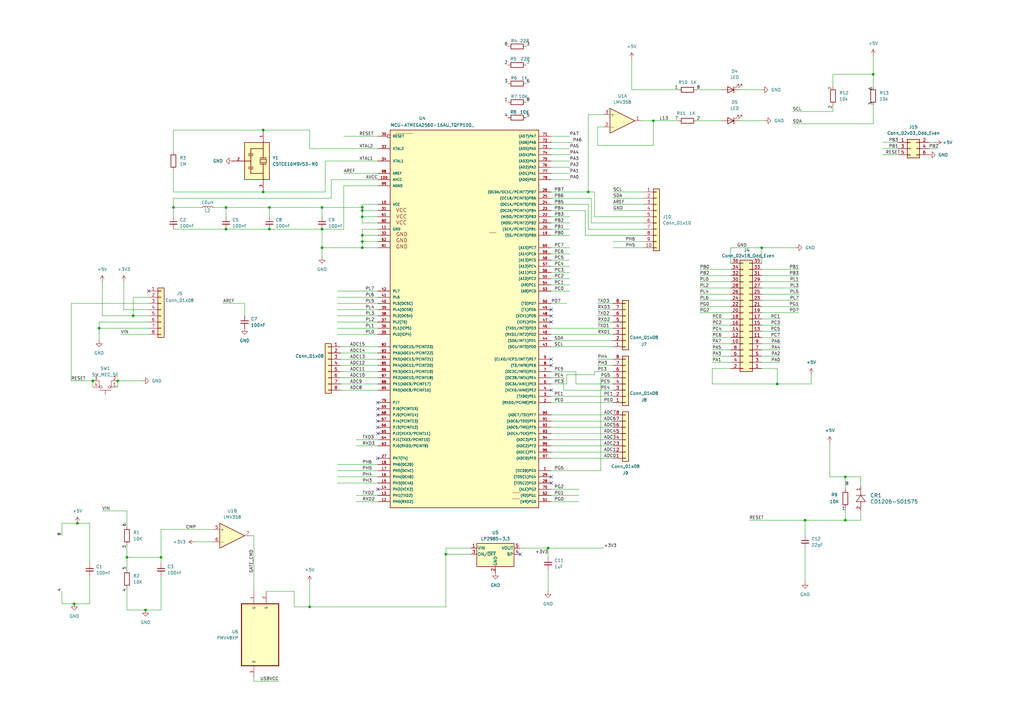
<source format=kicad_sch>
(kicad_sch (version 20231120) (generator "eeschema") (generator_version "8.0")
  (paper "A3")
  (title_block (title "MCU-ATMEGA2560") (date "2024-07-11") (rev "0") (company "GEVITON ENTERPRISES LIMITED"))
  (junction (at 92.71 85.09))
  (junction (at 66.04 228.6))
  (junction (at 30.48 247.65))
  (junction (at 107.95 53.34))
  (junction (at 110.49 85.09))
  (junction (at 148.59 85.09))
  (junction (at 40.64 134.62))
  (junction (at 132.08 85.09))
  (junction (at 148.59 86.36))
  (junction (at 358.14 30.48))
  (junction (at 31.75 214.63))
  (junction (at 312.42 101.6))
  (junction (at 148.59 101.6))
  (junction (at 38.1 156.21))
  (junction (at 182.88 227.33))
  (junction (at 267.97 49.53))
  (junction (at 148.59 96.52))
  (junction (at 71.12 85.09))
  (junction (at 132.08 93.98))
  (junction (at 318.77 157.48))
  (junction (at 48.26 156.21))
  (junction (at 148.59 99.06))
  (junction (at 148.59 88.9))
  (junction (at 346.71 195.58))
  (junction (at 224.79 224.79))
  (junction (at 107.95 78.74))
  (junction (at 132.08 101.6))
  (junction (at 127 248.92))
  (junction (at 52.07 228.6))
  (junction (at 241.3 78.74))
  (junction (at 54.61 129.54))
  (junction (at 346.71 213.36))
  (junction (at 330.2 213.36))
  (junction (at 110.49 93.98))
  (junction (at 59.69 250.19))
  (junction (at 92.71 93.98))
  (no_connect (at 154.94 177.8))
  (no_connect (at 154.94 187.96))
  (no_connect (at 60.96 119.38))
  (no_connect (at 226.06 147.32))
  (no_connect (at 226.06 149.86))
  (no_connect (at 226.06 132.08))
  (no_connect (at 154.94 170.18))
  (no_connect (at 226.06 198.12))
  (no_connect (at 154.94 172.72))
  (no_connect (at 226.06 129.54))
  (no_connect (at 154.94 175.26))
  (no_connect (at 226.06 160.02))
  (no_connect (at 226.06 127))
  (no_connect (at 154.94 165.1))
  (no_connect (at 154.94 200.66))
  (no_connect (at 226.06 195.58))
  (no_connect (at 154.94 167.64))
  (no_connect (at 213.36 227.33))
  (wire (pts (xy 292.1 151.13) (xy 299.72 151.13)))
  (wire (pts (xy 140.97 71.12) (xy 154.94 71.12)))
  (wire (pts (xy 40.64 132.08) (xy 60.96 132.08)))
  (wire (pts (xy 358.14 50.8) (xy 358.14 43.18)))
  (wire (pts (xy 226.06 142.24) (xy 251.46 142.24)))
  (wire (pts (xy 52.07 228.6) (xy 52.07 233.68)))
  (wire (pts (xy 127 53.34) (xy 107.95 53.34)))
  (wire (pts (xy 148.59 93.98) (xy 148.59 96.52)))
  (wire (pts (xy 251.46 83.82) (xy 264.16 83.82)))
  (wire (pts (xy 71.12 78.74) (xy 107.95 78.74)))
  (wire (pts (xy 353.06 199.39) (xy 353.06 195.58)))
  (wire (pts (xy 66.04 236.22) (xy 66.04 250.19)))
  (wire (pts (xy 226.06 137.16) (xy 251.46 137.16)))
  (wire (pts (xy 71.12 62.23) (xy 71.12 53.34)))
  (wire (pts (xy 107.95 78.74) (xy 133.35 78.74)))
  (wire (pts (xy 71.12 88.9) (xy 71.12 85.09)))
  (wire (pts (xy 236.22 157.48) (xy 251.46 157.48)))
  (wire (pts (xy 66.04 231.14) (xy 66.04 228.6)))
  (wire (pts (xy 132.08 85.09) (xy 132.08 88.9)))
  (wire (pts (xy 251.46 81.28) (xy 264.16 81.28)))
  (wire (pts (xy 66.04 217.17) (xy 87.63 217.17)))
  (wire (pts (xy 243.84 153.67) (xy 243.84 152.4)))
  (wire (pts (xy 259.08 24.13) (xy 259.08 36.83)))
  (wire (pts (xy 251.46 99.06) (xy 264.16 99.06)))
  (wire (pts (xy 287.02 118.11) (xy 299.72 118.11)))
  (wire (pts (xy 25.4 242.57) (xy 25.4 247.65)))
  (wire (pts (xy 133.35 66.04) (xy 154.94 66.04)))
  (wire (pts (xy 148.59 85.09) (xy 148.59 86.36)))
  (wire (pts (xy 127 238.76) (xy 127 248.92)))
  (wire (pts (xy 353.06 209.55) (xy 353.06 213.36)))
  (wire (pts (xy 226.06 177.8) (xy 251.46 177.8)))
  (wire (pts (xy 241.3 78.74) (xy 243.84 78.74)))
  (wire (pts (xy 226.06 111.76) (xy 233.68 111.76)))
  (wire (pts (xy 226.06 203.2) (xy 237.49 203.2)))
  (wire (pts (xy 312.42 148.59) (xy 320.04 148.59)))
  (wire (pts (xy 226.06 200.66) (xy 237.49 200.66)))
  (wire (pts (xy 133.35 78.74) (xy 133.35 66.04)))
  (wire (pts (xy 148.59 99.06) (xy 148.59 101.6)))
  (wire (pts (xy 346.71 213.36) (xy 353.06 213.36)))
  (wire (pts (xy 241.3 46.99) (xy 241.3 78.74)))
  (wire (pts (xy 247.65 52.07) (xy 245.11 52.07)))
  (wire (pts (xy 40.64 134.62) (xy 60.96 134.62)))
  (wire (pts (xy 285.75 36.83) (xy 295.91 36.83)))
  (wire (pts (xy 245.11 124.46) (xy 251.46 124.46)))
  (wire (pts (xy 36.83 214.63) (xy 31.75 214.63)))
  (wire (pts (xy 139.7 157.48) (xy 154.94 157.48)))
  (wire (pts (xy 71.12 93.98) (xy 92.71 93.98)))
  (wire (pts (xy 139.7 154.94) (xy 154.94 154.94)))
  (wire (pts (xy 25.4 247.65) (xy 30.48 247.65)))
  (wire (pts (xy 182.88 227.33) (xy 193.04 227.33)))
  (wire (pts (xy 226.06 182.88) (xy 251.46 182.88)))
  (wire (pts (xy 226.06 139.7) (xy 251.46 139.7)))
  (wire (pts (xy 226.06 91.44) (xy 233.68 91.44)))
  (wire (pts (xy 312.42 101.6) (xy 312.42 107.95)))
  (wire (pts (xy 226.06 96.52) (xy 233.68 96.52)))
  (wire (pts (xy 48.26 156.21) (xy 58.42 156.21)))
  (wire (pts (xy 312.42 133.35) (xy 320.04 133.35)))
  (wire (pts (xy 138.43 121.92) (xy 154.94 121.92)))
  (wire (pts (xy 231.14 154.94) (xy 231.14 160.02)))
  (wire (pts (xy 71.12 69.85) (xy 71.12 78.74)))
  (wire (pts (xy 224.79 224.79) (xy 247.65 224.79)))
  (wire (pts (xy 127 60.96) (xy 127 53.34)))
  (wire (pts (xy 292.1 130.81) (xy 299.72 130.81)))
  (wire (pts (xy 226.06 185.42) (xy 251.46 185.42)))
  (wire (pts (xy 154.94 88.9) (xy 148.59 88.9)))
  (wire (pts (xy 132.08 93.98) (xy 132.08 101.6)))
  (wire (pts (xy 138.43 129.54) (xy 154.94 129.54)))
  (wire (pts (xy 226.06 78.74) (xy 241.3 78.74)))
  (wire (pts (xy 245.11 52.07) (xy 245.11 59.69)))
  (wire (pts (xy 251.46 86.36) (xy 264.16 86.36)))
  (wire (pts (xy 312.42 113.03) (xy 327.66 113.03)))
  (wire (pts (xy 226.06 114.3) (xy 233.68 114.3)))
  (wire (pts (xy 226.06 101.6) (xy 233.68 101.6)))
  (wire (pts (xy 52.07 228.6) (xy 66.04 228.6)))
  (wire (pts (xy 303.53 49.53) (xy 313.69 49.53)))
  (wire (pts (xy 381 60.96) (xy 384.81 60.96)))
  (wire (pts (xy 226.06 180.34) (xy 251.46 180.34)))
  (wire (pts (xy 361.95 58.42) (xy 368.3 58.42)))
  (wire (pts (xy 251.46 154.94) (xy 246.38 154.94)))
  (wire (pts (xy 251.46 78.74) (xy 264.16 78.74)))
  (wire (pts (xy 127 60.96) (xy 154.94 60.96)))
  (wire (pts (xy 80.01 222.25) (xy 87.63 222.25)))
  (wire (pts (xy 245.11 149.86) (xy 251.46 149.86)))
  (wire (pts (xy 148.59 99.06) (xy 154.94 99.06)))
  (wire (pts (xy 54.61 121.92) (xy 54.61 129.54)))
  (wire (pts (xy 41.91 129.54) (xy 54.61 129.54)))
  (wire (pts (xy 59.69 250.19) (xy 52.07 250.19)))
  (wire (pts (xy 146.05 203.2) (xy 154.94 203.2)))
  (wire (pts (xy 299.72 101.6) (xy 312.42 101.6)))
  (wire (pts (xy 318.77 157.48) (xy 292.1 157.48)))
  (wire (pts (xy 226.06 157.48) (xy 232.41 157.48)))
  (wire (pts (xy 341.63 43.18) (xy 341.63 45.72)))
  (wire (pts (xy 36.83 236.22) (xy 36.83 247.65)))
  (wire (pts (xy 292.1 146.05) (xy 299.72 146.05)))
  (wire (pts (xy 92.71 85.09) (xy 92.71 88.9)))
  (wire (pts (xy 312.42 151.13) (xy 318.77 151.13)))
  (wire (pts (xy 71.12 53.34) (xy 107.95 53.34)))
  (wire (pts (xy 287.02 125.73) (xy 299.72 125.73)))
  (wire (pts (xy 71.12 81.28) (xy 71.12 85.09)))
  (wire (pts (xy 138.43 195.58) (xy 154.94 195.58)))
  (wire (pts (xy 91.44 124.46) (xy 100.33 124.46)))
  (wire (pts (xy 242.57 81.28) (xy 242.57 91.44)))
  (wire (pts (xy 245.11 59.69) (xy 267.97 59.69)))
  (wire (pts (xy 346.71 195.58) (xy 340.36 195.58)))
  (wire (pts (xy 246.38 193.04) (xy 226.06 193.04)))
  (wire (pts (xy 292.1 143.51) (xy 299.72 143.51)))
  (wire (pts (xy 52.07 215.9) (xy 52.07 209.55)))
  (wire (pts (xy 110.49 93.98) (xy 132.08 93.98)))
  (wire (pts (xy 358.14 30.48) (xy 358.14 35.56)))
  (wire (pts (xy 226.06 71.12) (xy 233.68 71.12)))
  (wire (pts (xy 48.26 156.21) (xy 48.26 158.75)))
  (wire (pts (xy 41.91 209.55) (xy 52.07 209.55)))
  (wire (pts (xy 226.06 175.26) (xy 251.46 175.26)))
  (wire (pts (xy 312.42 135.89) (xy 320.04 135.89)))
  (wire (pts (xy 312.42 101.6) (xy 326.39 101.6)))
  (wire (pts (xy 109.22 242.57) (xy 120.65 242.57)))
  (wire (pts (xy 135.89 73.66) (xy 135.89 81.28)))
  (wire (pts (xy 240.03 96.52) (xy 264.16 96.52)))
  (wire (pts (xy 312.42 143.51) (xy 320.04 143.51)))
  (wire (pts (xy 226.06 154.94) (xy 231.14 154.94)))
  (wire (pts (xy 154.94 83.82) (xy 148.59 83.82)))
  (wire (pts (xy 148.59 91.44) (xy 154.94 91.44)))
  (wire (pts (xy 140.97 93.98) (xy 140.97 76.2)))
  (wire (pts (xy 226.06 106.68) (xy 233.68 106.68)))
  (wire (pts (xy 358.14 22.86) (xy 358.14 30.48)))
  (wire (pts (xy 245.11 147.32) (xy 251.46 147.32)))
  (wire (pts (xy 341.63 35.56) (xy 341.63 30.48)))
  (wire (pts (xy 66.04 250.19) (xy 59.69 250.19)))
  (wire (pts (xy 100.33 129.54) (xy 100.33 124.46)))
  (wire (pts (xy 332.74 153.67) (xy 332.74 157.48)))
  (wire (pts (xy 287.02 110.49) (xy 299.72 110.49)))
  (wire (pts (xy 138.43 119.38) (xy 154.94 119.38)))
  (wire (pts (xy 92.71 93.98) (xy 110.49 93.98)))
  (wire (pts (xy 346.71 208.28) (xy 346.71 213.36)))
  (wire (pts (xy 242.57 91.44) (xy 264.16 91.44)))
  (wire (pts (xy 132.08 101.6) (xy 132.08 105.41)))
  (wire (pts (xy 138.43 127) (xy 154.94 127)))
  (wire (pts (xy 226.06 86.36) (xy 240.03 86.36)))
  (wire (pts (xy 132.08 93.98) (xy 140.97 93.98)))
  (wire (pts (xy 287.02 128.27) (xy 299.72 128.27)))
  (wire (pts (xy 243.84 78.74) (xy 243.84 88.9)))
  (wire (pts (xy 236.22 152.4) (xy 236.22 157.48)))
  (wire (pts (xy 285.75 49.53) (xy 295.91 49.53)))
  (wire (pts (xy 245.11 129.54) (xy 251.46 129.54)))
  (wire (pts (xy 104.14 279.4) (xy 114.3 279.4)))
  (wire (pts (xy 292.1 138.43) (xy 299.72 138.43)))
  (wire (pts (xy 148.59 86.36) (xy 148.59 88.9)))
  (wire (pts (xy 299.72 101.6) (xy 299.72 107.95)))
  (wire (pts (xy 226.06 162.56) (xy 251.46 162.56)))
  (wire (pts (xy 267.97 49.53) (xy 278.13 49.53)))
  (wire (pts (xy 226.06 83.82) (xy 241.3 83.82)))
  (wire (pts (xy 312.42 146.05) (xy 320.04 146.05)))
  (wire (pts (xy 110.49 85.09) (xy 132.08 85.09)))
  (wire (pts (xy 330.2 224.79) (xy 330.2 238.76)))
  (wire (pts (xy 292.1 157.48) (xy 292.1 151.13)))
  (wire (pts (xy 226.06 63.5) (xy 233.68 63.5)))
  (wire (pts (xy 50.8 115.57) (xy 50.8 127)))
  (wire (pts (xy 182.88 248.92) (xy 182.88 227.33)))
  (wire (pts (xy 146.05 205.74) (xy 154.94 205.74)))
  (wire (pts (xy 312.42 120.65) (xy 327.66 120.65)))
  (wire (pts (xy 38.1 156.21) (xy 38.1 158.75)))
  (wire (pts (xy 213.36 224.79) (xy 224.79 224.79)))
  (wire (pts (xy 241.3 93.98) (xy 264.16 93.98)))
  (wire (pts (xy 226.06 187.96) (xy 251.46 187.96)))
  (wire (pts (xy 148.59 101.6) (xy 132.08 101.6)))
  (wire (pts (xy 259.08 36.83) (xy 278.13 36.83)))
  (wire (pts (xy 154.94 73.66) (xy 135.89 73.66)))
  (wire (pts (xy 139.7 147.32) (xy 154.94 147.32)))
  (wire (pts (xy 312.42 128.27) (xy 327.66 128.27)))
  (wire (pts (xy 110.49 85.09) (xy 110.49 88.9)))
  (wire (pts (xy 52.07 223.52) (xy 52.07 228.6)))
  (wire (pts (xy 52.07 241.3) (xy 52.07 250.19)))
  (wire (pts (xy 307.34 213.36) (xy 330.2 213.36)))
  (wire (pts (xy 60.96 124.46) (xy 29.21 124.46)))
  (wire (pts (xy 330.2 213.36) (xy 346.71 213.36)))
  (wire (pts (xy 226.06 104.14) (xy 233.68 104.14)))
  (wire (pts (xy 139.7 152.4) (xy 154.94 152.4)))
  (wire (pts (xy 332.74 157.48) (xy 318.77 157.48)))
  (wire (pts (xy 303.53 36.83) (xy 312.42 36.83)))
  (wire (pts (xy 292.1 133.35) (xy 299.72 133.35)))
  (wire (pts (xy 138.43 190.5) (xy 154.94 190.5)))
  (wire (pts (xy 240.03 86.36) (xy 240.03 96.52)))
  (wire (pts (xy 154.94 101.6) (xy 148.59 101.6)))
  (wire (pts (xy 232.41 153.67) (xy 243.84 153.67)))
  (wire (pts (xy 139.7 142.24) (xy 154.94 142.24)))
  (wire (pts (xy 243.84 152.4) (xy 251.46 152.4)))
  (wire (pts (xy 120.65 242.57) (xy 120.65 248.92)))
  (wire (pts (xy 226.06 152.4) (xy 236.22 152.4)))
  (wire (pts (xy 312.42 115.57) (xy 327.66 115.57)))
  (wire (pts (xy 383.54 58.42) (xy 381 58.42)))
  (wire (pts (xy 193.04 224.79) (xy 182.88 224.79)))
  (wire (pts (xy 325.12 45.72) (xy 341.63 45.72)))
  (wire (pts (xy 40.64 139.7) (xy 40.64 134.62)))
  (wire (pts (xy 87.63 85.09) (xy 92.71 85.09)))
  (wire (pts (xy 146.05 180.34) (xy 154.94 180.34)))
  (wire (pts (xy 138.43 124.46) (xy 154.94 124.46)))
  (wire (pts (xy 139.7 144.78) (xy 154.94 144.78)))
  (wire (pts (xy 226.06 88.9) (xy 233.68 88.9)))
  (wire (pts (xy 138.43 198.12) (xy 154.94 198.12)))
  (wire (pts (xy 245.11 132.08) (xy 251.46 132.08)))
  (wire (pts (xy 292.1 135.89) (xy 299.72 135.89)))
  (wire (pts (xy 312.42 130.81) (xy 320.04 130.81)))
  (wire (pts (xy 226.06 165.1) (xy 251.46 165.1)))
  (wire (pts (xy 226.06 55.88) (xy 233.68 55.88)))
  (wire (pts (xy 138.43 137.16) (xy 154.94 137.16)))
  (wire (pts (xy 341.63 30.48) (xy 358.14 30.48)))
  (wire (pts (xy 40.64 134.62) (xy 40.64 132.08)))
  (wire (pts (xy 154.94 86.36) (xy 148.59 86.36)))
  (wire (pts (xy 146.05 182.88) (xy 154.94 182.88)))
  (wire (pts (xy 226.06 81.28) (xy 242.57 81.28)))
  (wire (pts (xy 148.59 96.52) (xy 148.59 99.06)))
  (wire (pts (xy 71.12 85.09) (xy 82.55 85.09)))
  (wire (pts (xy 312.42 125.73) (xy 327.66 125.73)))
  (wire (pts (xy 135.89 81.28) (xy 71.12 81.28)))
  (wire (pts (xy 346.71 195.58) (xy 346.71 200.66)))
  (wire (pts (xy 104.14 219.71) (xy 104.14 242.57)))
  (wire (pts (xy 312.42 123.19) (xy 327.66 123.19)))
  (wire (pts (xy 312.42 118.11) (xy 327.66 118.11)))
  (wire (pts (xy 138.43 193.04) (xy 154.94 193.04)))
  (wire (pts (xy 138.43 132.08) (xy 154.94 132.08)))
  (wire (pts (xy 127 248.92) (xy 182.88 248.92)))
  (wire (pts (xy 224.79 233.68) (xy 224.79 242.57)))
  (wire (pts (xy 287.02 123.19) (xy 299.72 123.19)))
  (wire (pts (xy 226.06 170.18) (xy 251.46 170.18)))
  (wire (pts (xy 325.12 50.8) (xy 358.14 50.8)))
  (wire (pts (xy 287.02 115.57) (xy 299.72 115.57)))
  (wire (pts (xy 60.96 121.92) (xy 54.61 121.92)))
  (wire (pts (xy 148.59 88.9) (xy 148.59 91.44)))
  (wire (pts (xy 226.06 109.22) (xy 233.68 109.22)))
  (wire (pts (xy 226.06 124.46) (xy 232.41 124.46)))
  (wire (pts (xy 312.42 140.97) (xy 320.04 140.97)))
  (wire (pts (xy 139.7 160.02) (xy 154.94 160.02)))
  (wire (pts (xy 139.7 149.86) (xy 154.94 149.86)))
  (wire (pts (xy 241.3 83.82) (xy 241.3 93.98)))
  (wire (pts (xy 92.71 85.09) (xy 110.49 85.09)))
  (wire (pts (xy 226.06 205.74) (xy 237.49 205.74)))
  (wire (pts (xy 66.04 228.6) (xy 66.04 217.17)))
  (wire (pts (xy 287.02 113.03) (xy 299.72 113.03)))
  (wire (pts (xy 287.02 120.65) (xy 299.72 120.65)))
  (wire (pts (xy 226.06 60.96) (xy 233.68 60.96)))
  (wire (pts (xy 224.79 224.79) (xy 224.79 228.6)))
  (wire (pts (xy 132.08 85.09) (xy 148.59 85.09)))
  (wire (pts (xy 60.96 127) (xy 50.8 127)))
  (wire (pts (xy 182.88 224.79) (xy 182.88 227.33)))
  (wire (pts (xy 49.53 137.16) (xy 60.96 137.16)))
  (wire (pts (xy 330.2 213.36) (xy 330.2 219.71)))
  (wire (pts (xy 104.14 278.13) (xy 104.14 279.4)))
  (wire (pts (xy 246.38 154.94) (xy 246.38 193.04)))
  (wire (pts (xy 102.87 219.71) (xy 104.14 219.71)))
  (wire (pts (xy 226.06 119.38) (xy 233.68 119.38)))
  (wire (pts (xy 292.1 140.97) (xy 299.72 140.97)))
  (wire (pts (xy 251.46 101.6) (xy 264.16 101.6)))
  (wire (pts (xy 148.59 83.82) (xy 148.59 85.09)))
  (wire (pts (xy 29.21 156.21) (xy 38.1 156.21)))
  (wire (pts (xy 29.21 124.46) (xy 29.21 156.21)))
  (wire (pts (xy 140.97 55.88) (xy 154.94 55.88)))
  (wire (pts (xy 148.59 96.52) (xy 154.94 96.52)))
  (wire (pts (xy 30.48 247.65) (xy 36.83 247.65)))
  (wire (pts (xy 54.61 129.54) (xy 60.96 129.54)))
  (wire (pts (xy 292.1 148.59) (xy 299.72 148.59)))
  (wire (pts (xy 41.91 115.57) (xy 41.91 129.54)))
  (wire (pts (xy 361.95 60.96) (xy 368.3 60.96)))
  (wire (pts (xy 361.95 63.5) (xy 368.3 63.5)))
  (wire (pts (xy 318.77 151.13) (xy 318.77 157.48)))
  (wire (pts (xy 226.06 93.98) (xy 233.68 93.98)))
  (wire (pts (xy 226.06 116.84) (xy 233.68 116.84)))
  (wire (pts (xy 353.06 195.58) (xy 346.71 195.58)))
  (wire (pts (xy 226.06 58.42) (xy 234.95 58.42)))
  (wire (pts (xy 232.41 157.48) (xy 232.41 153.67)))
  (wire (pts (xy 140.97 76.2) (xy 154.94 76.2)))
  (wire (pts (xy 226.06 73.66) (xy 233.68 73.66)))
  (wire (pts (xy 312.42 138.43) (xy 320.04 138.43)))
  (wire (pts (xy 243.84 88.9) (xy 264.16 88.9)))
  (wire (pts (xy 231.14 160.02) (xy 251.46 160.02)))
  (wire (pts (xy 25.4 219.71) (xy 25.4 214.63)))
  (wire (pts (xy 226.06 172.72) (xy 251.46 172.72)))
  (wire (pts (xy 120.65 248.92) (xy 127 248.92)))
  (wire (pts (xy 154.94 93.98) (xy 148.59 93.98)))
  (wire (pts (xy 312.42 110.49) (xy 327.66 110.49)))
  (wire (pts (xy 138.43 134.62) (xy 154.94 134.62)))
  (wire (pts (xy 226.06 68.58) (xy 233.68 68.58)))
  (wire (pts (xy 340.36 181.61) (xy 340.36 195.58)))
  (wire (pts (xy 245.11 127) (xy 251.46 127)))
  (wire (pts (xy 267.97 59.69) (xy 267.97 49.53)))
  (wire (pts (xy 262.89 49.53) (xy 267.97 49.53)))
  (wire (pts (xy 226.06 134.62) (xy 251.46 134.62)))
  (wire (pts (xy 247.65 46.99) (xy 241.3 46.99)))
  (wire (pts (xy 226.06 66.04) (xy 233.68 66.04)))
  (wire (pts (xy 25.4 214.63) (xy 31.75 214.63)))
  (wire (pts (xy 36.83 231.14) (xy 36.83 214.63)))
  (label "PL6" (at 287.02 123.19 0))
  (label "5" (at 215.9 48.26 0))
  (label "AVCC" (at 154.94 73.66 180))
  (label "3" (at 52.07 223.52 270))
  (label "3" (at 208.28 34.29 180))
  (label "AREF" (at 140.97 71.12 0))
  (label "PL5" (at 327.66 120.65 180))
  (label "ADC15" (at 143.51 142.24 0))
  (label "1" (at 208.28 41.91 180))
  (label "ADC7" (at 247.65 170.18 0))
  (label "PD7" (at 327.66 128.27 180))
  (label "1" (at 278.13 36.83 180))
  (label "PL5" (at 149.86 124.46 0))
  (label "PB1" (at 327.66 110.49 180))
  (label "2" (at 285.75 49.53 0))
  (label "6" (at 358.14 35.56 270))
  (label "AREF" (at 251.46 83.82 0))
  (label "AREF" (at 91.44 124.46 0))
  (label "PE3" (at 227.33 157.48 0))
  (label "PB0" (at 227.33 96.52 0))
  (label "XTAL2" (at 147.32 60.96 0))
  (label "PC2" (at 292.1 133.35 0))
  (label "8" (at 346.71 199.39 0))
  (label "8" (at 285.75 36.83 0))
  (label "PG0" (at 287.02 125.73 0))
  (label "PH3" (at 148.59 198.12 0))
  (label "PA7" (at 292.1 140.97 0))
  (label "PE4" (at 246.38 160.02 0))
  (label "XTAL1" (at 147.32 66.04 0))
  (label "PA6" (at 320.04 140.97 180))
  (label "PA5" (at 292.1 143.51 0))
  (label "ADC6" (at 247.65 172.72 0))
  (label "PB7" (at 227.33 78.74 0))
  (label "PC4" (at 292.1 135.89 0))
  (label "PD7" (at 226.06 124.46 0))
  (label "PA3" (at 292.1 146.05 0))
  (label "PG2" (at 287.02 128.27 0))
  (label "ADC1" (at 247.65 185.42 0))
  (label "PH5" (at 256.54 101.6 0))
  (label "PC5" (at 320.04 135.89 180))
  (label "2" (at 208.28 26.67 180))
  (label "PL7" (at 327.66 123.19 180))
  (label "USBVCC" (at 114.3 279.4 180))
  (label "PE0" (at 247.65 165.1 0))
  (label "CMP" (at 76.2 217.17 0))
  (label "PC7" (at 227.33 101.6 0))
  (label "PA0" (at 320.04 148.59 180))
  (label "PL2" (at 149.86 132.08 0))
  (label "RXD1" (at 245.11 137.16 0))
  (label "PA6" (at 234.95 58.42 0))
  (label "PC5" (at 227.33 106.68 0))
  (label "PC0" (at 227.33 119.38 0))
  (label "PG1" (at 227.33 203.2 0))
  (label "TXD2" (at 148.59 203.2 0))
  (label "GND" (at 302.26 101.6 0))
  (label "RESET" (at 147.32 55.88 0))
  (label "RESET" (at 307.34 213.36 0))
  (label "PB3" (at 364.49 58.42 0))
  (label "PL7" (at 149.86 119.38 0))
  (label "PL0" (at 149.86 137.16 0))
  (label "7" (at 278.13 49.53 180))
  (label "ADC9" (at 143.51 157.48 0))
  (label "PE5" (at 227.33 152.4 0))
  (label "PG2" (at 227.33 200.66 0))
  (label "TXD3" (at 245.11 124.46 0))
  (label "ADC14" (at 143.51 144.78 0))
  (label "6" (at 208.28 19.05 180))
  (label "PL3" (at 149.86 129.54 0))
  (label "PB2" (at 287.02 113.03 0))
  (label "PA4" (at 233.68 63.5 0))
  (label "PB6" (at 227.33 81.28 0))
  (label "PL1" (at 149.86 134.62 0))
  (label "PB5" (at 227.33 83.82 0))
  (label "4" (at 25.4 242.57 90))
  (label "SCL" (at 251.46 78.74 0))
  (label "TXD3" (at 148.59 180.34 0))
  (label "+3V3" (at 224.79 227.33 180))
  (label "5" (at 52.07 233.68 90))
  (label "PL6" (at 149.86 121.92 0))
  (label "PA4" (at 320.04 143.51 180))
  (label "PL0" (at 287.02 115.57 0))
  (label "PL2" (at 287.02 118.11 0))
  (label "1" (at 346.71 209.55 180))
  (label "ADC12" (at 143.51 149.86 0))
  (label "RXD3" (at 148.59 182.88 0))
  (label "8" (at 25.4 219.71 90))
  (label "PA1" (at 292.1 148.59 0))
  (label "PA5" (at 233.68 60.96 0))
  (label "6" (at 52.07 215.9 90))
  (label "PE5" (at 246.38 157.48 0))
  (label "PB2" (at 381 60.96 0))
  (label "PC2" (at 227.33 114.3 0))
  (label "VIN" (at 49.53 137.16 0))
  (label "ADC8" (at 143.51 160.02 0))
  (label "7" (at 341.63 35.56 270))
  (label "PB1" (at 364.49 60.96 0))
  (label "VIN" (at 41.91 209.55 0))
  (label "TXD2" (at 245.11 129.54 0))
  (label "3" (at 215.9 19.05 0))
  (label "PE3" (at 245.11 152.4 0))
  (label "PB4" (at 227.33 86.36 0))
  (label "RXD3" (at 245.11 127 0))
  (label "PG0" (at 227.33 205.74 0))
  (label "PB3" (at 227.33 88.9 0))
  (label "SDA" (at 227.33 139.7 0))
  (label "PC4" (at 227.33 109.22 0))
  (label "PG1" (at 327.66 125.73 180))
  (label "PH5" (at 148.59 193.04 0))
  (label "PH4" (at 148.59 195.58 0))
  (label "PC6" (at 227.33 104.14 0))
  (label "PC6" (at 292.1 138.43 0))
  (label "SDA" (at 251.46 81.28 0))
  (label "6" (at 215.9 34.29 0))
  (label "L13" (at 270.51 49.53 0))
  (label "PB1" (at 227.33 93.98 0))
  (label "PC3" (at 227.33 111.76 0))
  (label "PH3" (at 245.11 149.86 0))
  (label "PC0" (at 292.1 130.81 0))
  (label "PC1" (at 320.04 130.81 180))
  (label "PH6" (at 148.59 190.5 0))
  (label "PA2" (at 320.04 146.05 180))
  (label "ADC10" (at 143.51 154.94 0))
  (label "PE1" (at 227.33 162.56 0))
  (label "PH6" (at 256.54 99.06 0))
  (label "ADC0" (at 247.65 187.96 0))
  (label "8" (at 215.9 41.91 0))
  (label "7" (at 215.9 26.67 0))
  (label "PL1" (at 327.66 115.57 180))
  (label "4" (at 52.07 241.3 270))
  (label "PE0" (at 227.33 165.1 0))
  (label "4" (at 208.28 48.26 180))
  (label "PL4" (at 149.86 127 0))
  (label "PA2" (at 233.68 68.58 0))
  (label "PL4" (at 287.02 120.65 0))
  (label "RESET" (at 363.22 63.5 0))
  (label "PB2" (at 227.33 91.44 0))
  (label "PE1" (at 247.65 162.56 0))
  (label "SDA" (at 325.12 50.8 0))
  (label "RESET" (at 29.21 156.21 0))
  (label "ADC5" (at 247.65 175.26 0))
  (label "GND" (at 251.46 86.36 0))
  (label "PL3" (at 327.66 118.11 180))
  (label "SCL" (at 227.33 142.24 0))
  (label "PA1" (at 233.68 71.12 0))
  (label "SCL" (at 325.12 45.72 0))
  (label "ADC3" (at 247.65 180.34 0))
  (label "PA7" (at 233.68 55.88 0))
  (label "PE4" (at 227.33 154.94 0))
  (label "3" (at 358.14 43.18 90))
  (label "RXD2" (at 245.11 132.08 0))
  (label "PH4" (at 245.11 147.32 0))
  (label "TXD1" (at 245.11 134.62 0))
  (label "RXD2" (at 148.59 205.74 0))
  (label "ADC13" (at 143.51 147.32 0))
  (label "PG5" (at 227.33 193.04 0))
  (label "ADC4" (at 247.65 177.8 0))
  (label "PC1" (at 227.33 116.84 0))
  (label "ADC2" (at 247.65 182.88 0))
  (label "2" (at 341.63 43.18 270))
  (label "PC3" (at 320.04 133.35 180))
  (label "PC7" (at 320.04 138.43 180))
  (label "PB3" (at 327.66 113.03 180))
  (label "GATE_CMD" (at 104.14 234.95 90))
  (label "ADC11" (at 143.51 152.4 0))
  (label "+3V3" (at 247.65 224.79 0))
  (label "PA0" (at 233.68 73.66 0))
  (label "PB0" (at 287.02 110.49 0))
  (label "PG5" (at 246.38 154.94 0))
  (label "PA3" (at 233.68 66.04 0))
  (symbol (lib_id "power:GND") (at 30.48 247.65 0) (unit 1)
    (property "Reference" "#PWR01" (effects (hide yes)))
    (property "Value" "GND" (at 30.48 252.73 0))
    (property "Description" "Power symbol creates a global label with name \"GND\" , ground" (effects (hide yes)))
  )
  (symbol (lib_id "power:+5V") (at 259.08 24.13 0) (unit 1)
    (property "Reference" "#PWR021" (effects (hide yes)))
    (property "Value" "+5V" (at 259.08 19.05 0))
    (property "Description" "Power symbol creates a global label with name \"+5V\"" (effects (hide yes)))
  )
  (symbol (lib_id "power:+5V") (at 41.91 115.57 0) (unit 1)
    (property "Reference" "#PWR04" (effects (hide yes)))
    (property "Value" "+5V" (at 41.91 110.49 0))
    (property "Description" "Power symbol creates a global label with name \"+5V\"" (effects (hide yes)))
  )
  (symbol (lib_id "power:GND") (at 313.69 49.53 90) (unit 1)
    (property "Reference" "#PWR025" (effects (hide yes)))
    (property "Value" "GND" (at 317.5 49.5299 90) (effects (justify right)))
    (property "Description" "Power symbol creates a global label with name \"GND\" , ground" (effects (hide yes)))
  )
  (symbol (lib_id "Device:C_Small") (at 92.71 91.44 0) (unit 1)
    (property "Reference" "C5" (at 95.25 90.1762 0) (effects (justify left)))
    (property "Value" "100nF" (at 95.25 92.7162 0) (effects (justify left)))
    (property "Footprint" "Capacitor_SMD:C_0402_1005Metric_Pad0.74x0.62mm_HandSolder" (effects (hide yes)))
    (property "Description" "Unpolarized capacitor, small symbol" (effects (hide yes)))
  )
  (symbol (lib_id "power:GND") (at 59.69 250.19 0) (unit 1)
    (property "Reference" "#PWR07" (effects (hide yes)))
    (property "Value" "GND" (at 59.69 255.27 0))
    (property "Description" "Power symbol creates a global label with name \"GND\" , ground" (effects (hide yes)))
  )
  (symbol (lib_id "power:GND") (at 58.42 156.21 90) (unit 1)
    (property "Reference" "#PWR06" (effects (hide yes)))
    (property "Value" "GND" (at 62.23 156.2099 90) (effects (justify right)))
    (property "Description" "Power symbol creates a global label with name \"GND\" , ground" (effects (hide yes)))
  )
  (symbol (lib_id "power:GND") (at 224.79 242.57 0) (unit 1)
    (property "Reference" "#PWR020" (effects (hide yes)))
    (property "Value" "GND" (at 224.79 247.65 0))
    (property "Description" "Power symbol creates a global label with name \"GND\" , ground" (effects (hide yes)))
  )
  (symbol (lib_id "power:+3V3") (at 50.8 115.57 0) (unit 1)
    (property "Reference" "#PWR05" (effects (hide yes)))
    (property "Value" "+3V3" (at 50.8 110.49 0))
    (property "Description" "Power symbol creates a global label with name \"+3V3\"" (effects (hide yes)))
  )
  (symbol (lib_id "PMV48XP:PMV48XP") (at 104.14 260.35 90) (mirror x) (unit 1)
    (property "Reference" "U6" (at 97.79 259.0799 90) (effects (justify left)))
    (property "Value" "PMV48XP" (at 97.79 261.6199 90) (effects (justify left)))
    (property "Footprint" "PMV48XP:SOT95P230X110-3N" (effects (hide yes)))
    (property "MF" "Nexperia USA" (effects (hide yes)))
    (property "Description_1" "\nP-Channel 20 V 3.5A (Ta) 510mW (Ta), 4.15W (Tc) Surface Mount TO-236AB\n" (effects (hide yes)))
    (property "PACKAGE" "SOT-3" (effects (hide yes)))
    (property "MPN" "PMV48XP" (effects (hide yes)))
    (property "Price" "None" (effects (hide yes)))
    (property "Package" "SOT-23 Nexperia USA" (effects (hide yes)))
    (property "OC_FARNELL" "1894743" (effects (hide yes)))
    (property "SnapEDA_Link" "https://www.snapeda.com/parts/PMV48XP/Nexperia/view-part/?ref=snap" (effects (hide yes)))
    (property "MP" "PMV48XP" (effects (hide yes)))
    (property "Purchase-URL" "https://www.snapeda.com/api/url_track_click_mouser/?unipart_id=1768394&manufacturer=Nexperia USA&part_name=PMV48XP&search_term=None" (effects (hide yes)))
    (property "SUPPLIER" "NXP" (effects (hide yes)))
    (property "OC_NEWARK" "55T6958" (effects (hide yes)))
    (property "Availability" "In Stock" (effects (hide yes)))
    (property "Check_prices" "https://www.snapeda.com/parts/PMV48XP/Nexperia/view-part/?ref=eda" (effects (hide yes)))
  )
  (symbol (lib_id "Connector_Generic:Conn_01x08") (at 256.54 134.62 0) (mirror x) (unit 1)
    (property "Reference" "J7" (at 264.16 141.224 0))
    (property "Value" "Conn_01x08" (at 264.16 138.43 0))
    (property "Footprint" "Connector_PinHeader_1.27mm:PinHeader_1x08_P1.27mm_Vertical" (effects (hide yes)))
    (property "Description" "Generic connector, single row, 01x08, script generated (kicad-library-utils/schlib/autogen/connector/)" (effects (hide yes)))
  )
  (symbol (lib_id "Regulator_Linear:LP2985-3.3") (at 203.2 227.33 0) (unit 1)
    (property "Reference" "U5" (at 203.2 218.44 0))
    (property "Value" "LP2985-3.3" (at 203.2 220.98 0))
    (property "Footprint" "Package_TO_SOT_SMD:SOT-23-5" (effects (hide yes)))
    (property "Datasheet" "http://www.ti.com/lit/ds/symlink/lp2985.pdf" (effects (hide yes)))
    (property "Description" "150mA 16V Low-noise Low-dropout Regulator With Shutdown, 3.3V output voltage, SOT-23-5" (effects (hide yes)))
  )
  (symbol (lib_id "power:+5V") (at 127 238.76 0) (unit 1)
    (property "Reference" "#PWR015" (effects (hide yes)))
    (property "Value" "+5V" (at 127 233.68 0))
    (property "Description" "Power symbol creates a global label with name \"+5V\"" (effects (hide yes)))
  )
  (symbol (lib_id "Device:C_Small") (at 36.83 233.68 0) (unit 1)
    (property "Reference" "C1" (at 39.37 232.4162 0) (effects (justify left)))
    (property "Value" "100nF" (at 39.37 234.9562 0) (effects (justify left)))
    (property "Footprint" "Capacitor_SMD:C_0402_1005Metric_Pad0.74x0.62mm_HandSolder" (effects (hide yes)))
    (property "Description" "Unpolarized capacitor, small symbol" (effects (hide yes)))
  )
  (symbol (lib_id "Device:C_Small") (at 100.33 132.08 0) (unit 1)
    (property "Reference" "C7" (at 102.87 130.8162 0) (effects (justify left)))
    (property "Value" "100nF" (at 102.87 133.3562 0) (effects (justify left)))
    (property "Footprint" "Capacitor_SMD:C_0402_1005Metric_Pad0.74x0.62mm_HandSolder" (effects (hide yes)))
    (property "Description" "Unpolarized capacitor, small symbol" (effects (hide yes)))
  )
  (symbol (lib_id "Device:R") (at 212.09 48.26 270) (unit 1)
    (property "Reference" "R8" (at 210.566 45.974 90))
    (property "Value" "10K" (at 215.138 45.974 90))
    (property "Footprint" "Resistor_SMD:R_0201_0603Metric_Pad0.64x0.40mm_HandSolder" (effects (hide yes)))
    (property "Description" "Resistor" (effects (hide yes)))
  )
  (symbol (lib_id "Amplifier_Operational:LMV358") (at 255.27 49.53 0) (unit 1)
    (property "Reference" "U1" (at 255.27 39.37 0))
    (property "Value" "LMV358" (at 255.27 41.91 0))
    (property "Footprint" "Package_SO:MSOP-8-1EP_3x3mm_P0.65mm_EP2.5x3mm_Mask1.73x2.36mm" (effects (hide yes)))
    (property "Datasheet" "http://www.ti.com/lit/ds/symlink/lmv324.pdf" (effects (hide yes)))
    (property "Description" "Dual Low-Voltage Rail-to-Rail Output Operational Amplifiers, SOIC-8/SSOP-8" (effects (hide yes)))
  )
  (symbol (lib_id "power:+5V") (at 332.74 153.67 0) (unit 1)
    (property "Reference" "#PWR09" (effects (hide yes)))
    (property "Value" "+5V" (at 332.74 148.59 0))
    (property "Description" "Power symbol creates a global label with name \"+5V\"" (effects (hide yes)))
  )
  (symbol (lib_id "Connector_Generic:Conn_01x08") (at 256.54 157.48 0) (mirror x) (unit 1)
    (property "Reference" "J8" (at 264.16 164.084 0))
    (property "Value" "Conn_01x08" (at 264.16 161.29 0))
    (property "Footprint" "Connector_PinHeader_1.27mm:PinHeader_1x08_P1.27mm_Vertical" (effects (hide yes)))
    (property "Description" "Generic connector, single row, 01x08, script generated (kicad-library-utils/schlib/autogen/connector/)" (effects (hide yes)))
  )
  (symbol (lib_id "Device:R") (at 281.94 36.83 270) (unit 1)
    (property "Reference" "R10" (at 280.162 33.782 90))
    (property "Value" "1K" (at 284.48 33.782 90))
    (property "Footprint" "Resistor_SMD:R_0201_0603Metric_Pad0.64x0.40mm_HandSolder" (effects (hide yes)))
    (property "Description" "Resistor" (effects (hide yes)))
  )
  (symbol (lib_id "Device:R") (at 52.07 219.71 0) (unit 1)
    (property "Reference" "R1" (at 54.61 218.4399 0) (effects (justify left)))
    (property "Value" "10K" (at 54.61 220.9799 0) (effects (justify left)))
    (property "Footprint" "Resistor_SMD:R_0201_0603Metric_Pad0.64x0.40mm_HandSolder" (effects (hide yes)))
    (property "Description" "Resistor" (effects (hide yes)))
  )
  (symbol (lib_id "Device:R") (at 71.12 66.04 0) (unit 1)
    (property "Reference" "R3" (at 73.66 64.7699 0) (effects (justify left)))
    (property "Value" "1M" (at 73.66 67.3099 0) (effects (justify left)))
    (property "Footprint" "Resistor_SMD:R_0201_0603Metric" (effects (hide yes)))
    (property "Description" "Resistor" (effects (hide yes)))
  )
  (symbol (lib_id "Device:R") (at 212.09 34.29 270) (unit 1)
    (property "Reference" "R6" (at 210.82 32.004 90))
    (property "Value" "1K" (at 215.138 32.004 90))
    (property "Footprint" "Resistor_SMD:R_0201_0603Metric_Pad0.64x0.40mm_HandSolder" (effects (hide yes)))
    (property "Description" "Resistor" (effects (hide yes)))
  )
  (symbol (lib_id "power:GND") (at 95.25 66.04 270) (unit 1)
    (property "Reference" "#PWR012" (effects (hide yes)))
    (property "Value" "GND" (at 91.44 66.0399 90) (effects (justify right)))
    (property "Description" "Power symbol creates a global label with name \"GND\" , ground" (effects (hide yes)))
  )
  (symbol (lib_id "MCU-ATMEGA2560-16AU_TQFP100_:MCU-ATMEGA2560-16AU_TQFP100_") (at 190.5 132.08 0) (unit 1)
    (property "Reference" "U4" (at 173.228 48.514 0))
    (property "Value" "MCU-ATMEGA2560-16AU_TQFP100_" (at 177.292 51.308 0))
    (property "Footprint" "ATMEGA2560-16AU:QFP50P1600X1600X120-100N" (effects (hide yes)))
    (property "DigiKey_Part_Number" "ATMEGA2560-16AU-ND" (effects (hide yes)))
    (property "MF" "Microchip" (effects (hide yes)))
    (property "Purchase-URL" "https://www.snapeda.com/api/url_track_click_mouser/?unipart_id=44196&manufacturer=Microchip&part_name=ATMEGA2560-16AU&search_term=atmega2560-16au" (effects (hide yes)))
    (property "Package" "TQFP-100 Microchip" (effects (hide yes)))
    (property "MPN" "ATMEGA2560-16AU" (effects (hide yes)))
    (property "SnapEDA_Link" "https://www.snapeda.com/parts/ATMEGA2560-16AU/Microchip/view-part/?ref=snap" (effects (hide yes)))
    (property "MP" "ATMEGA2560-16AU" (effects (hide yes)))
    (property "Description_1" "\nAVR AVR® ATmega Microcontroller IC 8-Bit 16MHz 256KB (128K x 16) FLASH 100-TQFP (14x14)\n" (effects (hide yes)))
    (property "Check_prices" "https://www.snapeda.com/parts/ATMEGA2560-16AU/Microchip/view-part/?ref=eda" (effects (hide yes)))
  )
  (symbol (lib_id "Device:LED") (at 299.72 36.83 180) (unit 1)
    (property "Reference" "D4" (at 301.3075 29.21 0))
    (property "Value" "LED" (at 301.3075 31.75 0))
    (property "Footprint" "LED_SMD:LED_0201_0603Metric_Pad0.64x0.40mm_HandSolder" (effects (hide yes)))
    (property "Description" "Light emitting diode" (effects (hide yes)))
  )
  (symbol (lib_id "Device:R") (at 212.09 19.05 270) (unit 1)
    (property "Reference" "R4" (at 210.82 16.764 90))
    (property "Value" "22R" (at 215.138 16.764 90))
    (property "Footprint" "Resistor_SMD:R_0201_0603Metric_Pad0.64x0.40mm_HandSolder" (effects (hide yes)))
    (property "Description" "Resistor" (effects (hide yes)))
  )
  (symbol (lib_id "Device:C_Small") (at 330.2 222.25 0) (unit 1)
    (property "Reference" "C12" (at 332.74 220.9862 0) (effects (justify left)))
    (property "Value" "22pF" (at 332.74 223.5262 0) (effects (justify left)))
    (property "Footprint" "Capacitor_SMD:C_0402_1005Metric_Pad0.74x0.62mm_HandSolder" (effects (hide yes)))
    (property "Description" "Unpolarized capacitor, small symbol" (effects (hide yes)))
  )
  (symbol (lib_id "Device:R") (at 341.63 39.37 0) (unit 1)
    (property "Reference" "R12" (at 344.17 38.0999 0) (effects (justify left)))
    (property "Value" "10k" (at 344.17 40.6399 0) (effects (justify left)))
    (property "Footprint" "Resistor_SMD:R_0201_0603Metric_Pad0.64x0.40mm_HandSolder" (effects (hide yes)))
    (property "Description" "Resistor" (effects (hide yes)))
  )
  (symbol (lib_id "Device:C_Small") (at 66.04 233.68 0) (unit 1)
    (property "Reference" "C3" (at 68.58 232.4162 0) (effects (justify left)))
    (property "Value" "100nF" (at 68.58 234.95 0) (effects (justify left)))
    (property "Footprint" "Capacitor_SMD:C_0402_1005Metric_Pad0.74x0.62mm_HandSolder" (effects (hide yes)))
    (property "Description" "Unpolarized capacitor, small symbol" (effects (hide yes)))
  )
  (symbol (lib_id "power:GND") (at 40.64 139.7 0) (unit 1)
    (property "Reference" "#PWR03" (effects (hide yes)))
    (property "Value" "GND" (at 40.64 144.78 0))
    (property "Description" "Power symbol creates a global label with name \"GND\" , ground" (effects (hide yes)))
  )
  (symbol (lib_id "power:GND") (at 132.08 105.41 0) (unit 1)
    (property "Reference" "#PWR014" (effects (hide yes)))
    (property "Value" "GND" (at 132.08 110.49 0))
    (property "Description" "Power symbol creates a global label with name \"GND\" , ground" (effects (hide yes)))
  )
  (symbol (lib_id "CSTCE16M9V53-R0:CSTCE16M9V53-R0") (at 105.41 66.04 270) (unit 1)
    (property "Reference" "Y1" (at 111.76 64.7699 90) (effects (justify left)))
    (property "Value" "CSTCE16M9V53-R0" (at 111.76 67.3099 90) (effects (justify left)))
    (property "Footprint" "CSTCE16M9V53_R0:OSC_CSTCE16M9V53-R0" (effects (hide yes)))
    (property "PARTREV" "May 7, 2019" (effects (hide yes)))
    (property "MANUFACTURER" "Murata" (effects (hide yes)))
    (property "MAXIMUM_PACKAGE_HEIGHT" "1.00mm" (effects (hide yes)))
    (property "STANDARD" "Manufacturer Recommendations" (effects (hide yes)))
  )
  (symbol (lib_id "Device:C_Small") (at 110.49 91.44 0) (unit 1)
    (property "Reference" "C8" (at 113.03 90.1762 0) (effects (justify left)))
    (property "Value" "100nF" (at 113.03 92.7162 0) (effects (justify left)))
    (property "Footprint" "Capacitor_SMD:C_0402_1005Metric_Pad0.74x0.62mm_HandSolder" (effects (hide yes)))
    (property "Description" "Unpolarized capacitor, small symbol" (effects (hide yes)))
  )
  (symbol (lib_id "Connector_Generic:Conn_02x18_Odd_Even") (at 307.34 130.81 180) (unit 1)
    (property "Reference" "J4" (at 306.324 102.616 0))
    (property "Value" "Conn_02x18_Odd_Even" (at 306.832 104.902 0))
    (property "Footprint" "Connector_PinSocket_2.00mm:PinSocket_2x18_P2.00mm_Vertical" (effects (hide yes)))
    (property "Description" "Generic connector, double row, 02x18, odd/even pin numbering scheme (row 1 odd numbers, row 2 even numbers), script generated (kicad-library-utils/schlib/autogen/connector/)" (effects (hide yes)))
  )
  (symbol (lib_id "Connector_Generic:Conn_02x03_Odd_Even") (at 373.38 60.96 0) (unit 1)
    (property "Reference" "J15" (at 374.65 52.07 0))
    (property "Value" "Conn_02x03_Odd_Even" (at 374.65 54.61 0))
    (property "Footprint" "Connector_PinHeader_1.00mm:PinHeader_2x03_P1.00mm_Vertical" (effects (hide yes)))
    (property "Description" "Generic connector, double row, 02x03, odd/even pin numbering scheme (row 1 odd numbers, row 2 even numbers), script generated (kicad-library-utils/schlib/autogen/connector/)" (effects (hide yes)))
  )
  (symbol (lib_id "power:GND") (at 326.39 101.6 90) (unit 1)
    (property "Reference" "#PWR08" (effects (hide yes)))
    (property "Value" "GND" (at 330.2 101.5999 90) (effects (justify right)))
    (property "Description" "Power symbol creates a global label with name \"GND\" , ground" (effects (hide yes)))
  )
  (symbol (lib_id "Device:R") (at 281.94 49.53 270) (unit 1)
    (property "Reference" "R11" (at 279.4 46.482 90))
    (property "Value" "1K" (at 283.972 46.482 90))
    (property "Footprint" "Resistor_SMD:R_0201_0603Metric_Pad0.64x0.40mm_HandSolder" (effects (hide yes)))
    (property "Description" "Resistor" (effects (hide yes)))
  )
  (symbol (lib_id "Device:C_Small") (at 132.08 91.44 0) (unit 1)
    (property "Reference" "C9" (at 134.62 90.1762 0) (effects (justify left)))
    (property "Value" "100nF" (at 134.62 92.7162 0) (effects (justify left)))
    (property "Footprint" "Capacitor_SMD:C_0402_1005Metric_Pad0.74x0.62mm_HandSolder" (effects (hide yes)))
    (property "Description" "Unpolarized capacitor, small symbol" (effects (hide yes)))
  )
  (symbol (lib_id "power:+5V") (at 340.36 181.61 0) (unit 1)
    (property "Reference" "#PWR023" (effects (hide yes)))
    (property "Value" "+5V" (at 340.36 176.53 0))
    (property "Description" "Power symbol creates a global label with name \"+5V\"" (effects (hide yes)))
  )
  (symbol (lib_id "Device:R") (at 346.71 204.47 0) (unit 1)
    (property "Reference" "R9" (at 340.868 202.946 0) (effects (justify left)))
    (property "Value" "10K" (at 344.17 205.74 0) (effects (justify right)))
    (property "Footprint" "Resistor_SMD:R_0201_0603Metric_Pad0.64x0.40mm_HandSolder" (effects (hide yes)))
    (property "Description" "Resistor" (effects (hide yes)))
  )
  (symbol (lib_id "Amplifier_Operational:LMV358") (at 95.25 219.71 0) (unit 2)
    (property "Reference" "U1" (at 95.25 209.55 0))
    (property "Value" "LMV358" (at 95.25 212.09 0))
    (property "Footprint" "Package_SO:MSOP-8-1EP_3x3mm_P0.65mm_EP2.5x3mm_Mask1.73x2.36mm" (effects (hide yes)))
    (property "Datasheet" "http://www.ti.com/lit/ds/symlink/lmv324.pdf" (effects (hide yes)))
    (property "Description" "Dual Low-Voltage Rail-to-Rail Output Operational Amplifiers, SOIC-8/SSOP-8" (effects (hide yes)))
  )
  (symbol (lib_id "Connector_Generic:Conn_01x08") (at 256.54 180.34 0) (mirror x) (unit 1)
    (property "Reference" "J9" (at 256.54 194.056 0))
    (property "Value" "Conn_01x08" (at 256.54 191.262 0))
    (property "Footprint" "Connector_PinHeader_1.27mm:PinHeader_1x08_P1.27mm_Vertical" (effects (hide yes)))
    (property "Description" "Generic connector, single row, 01x08, script generated (kicad-library-utils/schlib/autogen/connector/)" (effects (hide yes)))
  )
  (symbol (lib_id "power:+5V") (at 358.14 22.86 0) (unit 1)
    (property "Reference" "#PWR026" (effects (hide yes)))
    (property "Value" "+5V" (at 358.14 17.78 0))
    (property "Description" "Power symbol creates a global label with name \"+5V\"" (effects (hide yes)))
  )
  (symbol (lib_id "Device:C_Small") (at 224.79 231.14 0) (unit 1)
    (property "Reference" "C11" (at 227.33 229.8762 0) (effects (justify left)))
    (property "Value" "1uF" (at 227.33 232.4162 0) (effects (justify left)))
    (property "Footprint" "Capacitor_SMD:C_0402_1005Metric_Pad0.74x0.62mm_HandSolder" (effects (hide yes)))
    (property "Description" "Unpolarized capacitor, small symbol" (effects (hide yes)))
  )
  (symbol (lib_id "power:+3V3") (at 80.01 222.25 90) (unit 1)
    (property "Reference" "#PWR037" (effects (hide yes)))
    (property "Value" "+3V3" (at 76.2 222.2499 90) (effects (justify left)))
    (property "Description" "Power symbol creates a global label with name \"+3V3\"" (effects (hide yes)))
  )
  (symbol (lib_id "Device:L_Small") (at 85.09 85.09 90) (unit 1)
    (property "Reference" "L2" (at 85.09 86.36 90))
    (property "Value" "10uH" (at 85.09 83.058 90))
    (property "Footprint" "Inductor_SMD:L_0201_0603Metric_Pad0.64x0.40mm_HandSolder" (effects (hide yes)))
    (property "Description" "Inductor, small symbol" (effects (hide yes)))
  )
  (symbol (lib_id "power:GND") (at 100.33 134.62 0) (unit 1)
    (property "Reference" "#PWR013" (effects (hide yes)))
    (property "Value" "GND" (at 100.33 139.7 0))
    (property "Description" "Power symbol creates a global label with name \"GND\" , ground" (effects (hide yes)))
  )
  (symbol (lib_id "Device:R") (at 212.09 26.67 270) (unit 1)
    (property "Reference" "R5" (at 210.566 24.13 90))
    (property "Value" "22R" (at 215.392 24.13 90))
    (property "Footprint" "Resistor_SMD:R_0201_0603Metric_Pad0.64x0.40mm_HandSolder" (effects (hide yes)))
    (property "Description" "Resistor" (effects (hide yes)))
  )
  (symbol (lib_id "Device:R") (at 212.09 41.91 270) (unit 1)
    (property "Reference" "R7" (at 210.82 39.624 90))
    (property "Value" "10K" (at 214.63 39.624 90))
    (property "Footprint" "Resistor_SMD:R_0201_0603Metric_Pad0.64x0.40mm_HandSolder" (effects (hide yes)))
    (property "Description" "Resistor" (effects (hide yes)))
  )
  (symbol (lib_id "power:+5V") (at 383.54 58.42 270) (unit 1)
    (property "Reference" "#PWR027" (effects (hide yes)))
    (property "Value" "+5V" (at 388.62 58.42 90))
    (property "Description" "Power symbol creates a global label with name \"+5V\"" (effects (hide yes)))
  )
  (symbol (lib_id "power:GND") (at 381 63.5 90) (unit 1)
    (property "Reference" "#PWR028" (effects (hide yes)))
    (property "Value" "GND" (at 384.81 63.4999 90) (effects (justify right)))
    (property "Description" "Power symbol creates a global label with name \"GND\" , ground" (effects (hide yes)))
  )
  (symbol (lib_id "Device:R") (at 52.07 237.49 0) (unit 1)
    (property "Reference" "R2" (at 54.61 236.2199 0) (effects (justify left)))
    (property "Value" "10K" (at 54.61 238.7599 0) (effects (justify left)))
    (property "Footprint" "Resistor_SMD:R_0201_0603Metric_Pad0.64x0.40mm_HandSolder" (effects (hide yes)))
    (property "Description" "Resistor" (effects (hide yes)))
  )
  (symbol (lib_id "power:GND") (at 203.2 234.95 0) (unit 1)
    (property "Reference" "#PWR019" (effects (hide yes)))
    (property "Value" "GND" (at 203.2 240.03 0))
    (property "Description" "Power symbol creates a global label with name \"GND\" , ground" (effects (hide yes)))
  )
  (symbol (lib_id "Switch:SW_MEC_5E") (at 43.18 156.21 180) (unit 1)
    (property "Reference" "SW1" (at 43.18 151.13 0))
    (property "Value" "SW_MEC_5E" (at 43.18 153.67 0))
    (property "Footprint" "Button_Switch_SMD:SW_Push_1P1T_NO_CK_KSC6xxJ" (effects (hide yes)))
    (property "Datasheet" "http://www.apem.com/int/index.php?controller=attachment&id_attachment=1371" (effects (hide yes)))
    (property "Description" "MEC 5E single pole normally-open tactile switch" (effects (hide yes)))
  )
  (symbol (lib_id "Device:C_Small") (at 71.12 91.44 0) (unit 1)
    (property "Reference" "C2" (at 73.66 90.1762 0) (effects (justify left)))
    (property "Value" "100nF" (at 73.66 92.7162 0) (effects (justify left)))
    (property "Footprint" "Capacitor_SMD:C_0402_1005Metric_Pad0.74x0.62mm_HandSolder" (effects (hide yes)))
    (property "Description" "Unpolarized capacitor, small symbol" (effects (hide yes)))
  )
  (symbol (lib_id "Connector_Generic:Conn_01x10") (at 269.24 88.9 0) (unit 1)
    (property "Reference" "J10" (at 271.78 88.8999 0) (effects (justify left)))
    (property "Value" "Conn_01x10" (at 271.78 91.4399 0) (effects (justify left)))
    (property "Footprint" "Connector_PinSocket_1.27mm:PinSocket_1x10_P1.27mm_Vertical" (effects (hide yes)))
    (property "Description" "Generic connector, single row, 01x10, script generated (kicad-library-utils/schlib/autogen/connector/)" (effects (hide yes)))
  )
  (symbol (lib_id "Connector_Generic:Conn_01x08") (at 134.62 149.86 0) (mirror y) (unit 1)
    (property "Reference" "J6" (at 439.42 213.106 0))
    (property "Value" "Conn_01x08" (at 127 146.05 0))
    (property "Footprint" "Connector_PinHeader_1.27mm:PinHeader_1x08_P1.27mm_Vertical" (effects (hide yes)))
    (property "Description" "Generic connector, single row, 01x08, script generated (kicad-library-utils/schlib/autogen/connector/)" (effects (hide yes)))
  )
  (symbol (lib_id "Device:R") (at 358.14 39.37 0) (unit 1)
    (property "Reference" "R13" (at 360.68 38.0999 0) (effects (justify left)))
    (property "Value" "10k" (at 360.68 40.6399 0) (effects (justify left)))
    (property "Footprint" "Resistor_SMD:R_0201_0603Metric_Pad0.64x0.40mm_HandSolder" (effects (hide yes)))
    (property "Description" "Resistor" (effects (hide yes)))
  )
  (symbol (lib_id "Device:LED") (at 299.72 49.53 180) (unit 1)
    (property "Reference" "D5" (at 301.3075 41.91 0))
    (property "Value" "LED" (at 301.3075 44.45 0))
    (property "Footprint" "LED_SMD:LED_0201_0603Metric_Pad0.64x0.40mm_HandSolder" (effects (hide yes)))
    (property "Description" "Light emitting diode" (effects (hide yes)))
  )
  (symbol (lib_id "power:+5V") (at 31.75 214.63 0) (unit 1)
    (property "Reference" "#PWR02" (effects (hide yes)))
    (property "Value" "+5V" (at 31.75 209.55 0))
    (property "Description" "Power symbol creates a global label with name \"+5V\"" (effects (hide yes)))
  )
  (symbol (lib_id "power:GND") (at 330.2 238.76 0) (unit 1)
    (property "Reference" "#PWR022" (effects (hide yes)))
    (property "Value" "GND" (at 330.2 243.84 0))
    (property "Description" "Power symbol creates a global label with name \"GND\" , ground" (effects (hide yes)))
  )
  (symbol (lib_id "CD1206_S01575:CD1206-S01575") (at 353.06 209.55 90) (unit 1)
    (property "Reference" "CR1" (at 356.87 203.1999 90) (effects (font (size 1.524 1.524)) (justify right)))
    (property "Value" "CD1206-S01575" (at 356.87 205.7399 90) (effects (font (size 1.524 1.524)) (justify right)))
    (property "Footprint" "Diode_SMD:D_0603_1608Metric" (effects (hide yes)))
    (property "Datasheet" "CD1206-S01575" (effects (hide yes)))
  )
  (symbol (lib_id "Connector_Generic:Conn_01x08") (at 66.04 127 0) (unit 1)
    (property "Reference" "J5" (at 73.66 120.396 0))
    (property "Value" "Conn_01x08" (at 73.66 123.19 0))
    (property "Footprint" "Connector_PinHeader_1.27mm:PinHeader_1x08_P1.27mm_Vertical" (effects (hide yes)))
    (property "Description" "Generic connector, single row, 01x08, script generated (kicad-library-utils/schlib/autogen/connector/)" (effects (hide yes)))
  )
  (symbol (lib_id "power:GND") (at 312.42 36.83 90) (unit 1)
    (property "Reference" "#PWR024" (effects (hide yes)))
    (property "Value" "GND" (at 316.23 36.8299 90) (effects (justify right)))
    (property "Description" "Power symbol creates a global label with name \"GND\" , ground" (effects (hide yes)))
  )
)
</source>
